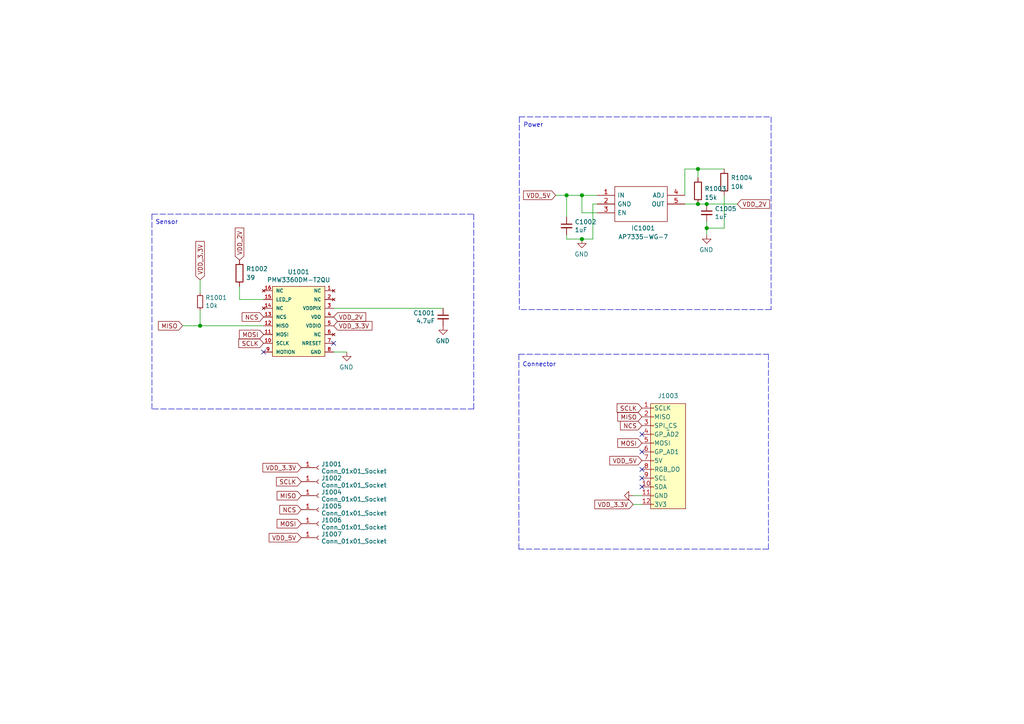
<source format=kicad_sch>
(kicad_sch (version 20230121) (generator eeschema)
  (paper "A4")
  (title_block (company "bastard keyboards") (comment 4 "Copyright Quentin Lebastard"))
  (lib_symbols
    (symbol "AP7331-WG-7:AP7331-WG-7" (pin_names (offset 0.762))
      (property "Reference" "IC" (at 21.59 7.62 0))
      (property "Value" "AP7331-WG-7" (at 21.59 5.08 0))
      (symbol "AP7331-WG-7_0_0"
        (pin passive line (at 0 0 0) (length 5.08) (name "IN") (number "1"))
        (pin passive line (at 0 -2.54 0) (length 5.08) (name "GND") (number "2"))
        (pin passive line (at 0 -5.08 0) (length 5.08) (name "EN") (number "3"))
        (pin passive line (at 25.4 0 180) (length 5.08) (name "ADJ") (number "4"))
        (pin passive line (at 25.4 -2.54 180) (length 5.08) (name "OUT") (number "5"))
      )
      (symbol "AP7331-WG-7_0_1"
        (polyline (pts (xy 5.08 2.54) (xy 20.32 2.54) (xy 20.32 -7.62) (xy 5.08 -7.62) (xy 5.08 2.54)) (stroke (width 0.1524)))
      )
    )
    (symbol "Connector:Conn_01x01_Socket" (pin_names (offset 1.016) hide)
      (property "Reference" "J" (at 0 2.54 0))
      (property "Value" "Conn_01x01_Socket" (at 0 -2.54 0))
      (symbol "Conn_01x01_Socket_1_1"
        (polyline (pts (xy -1.27 0) (xy -0.508 0)) (stroke (width 0.1524)))
        (arc (start 0 0.508) (mid -0.5058 0) (end 0 -0.508) (stroke (width 0.1524)))
        (pin passive line (at -5.08 0 0) (length 3.81) (name "Pin_1") (number "1"))
      )
    )
    (symbol "Device:C_Small" (pin_numbers hide) (pin_names (offset 0.254) hide)
      (property "Reference" "C" (at 0.254 1.778 0))
      (property "Value" "C_Small" (at 0.254 -2.032 0))
      (symbol "C_Small_0_1"
        (polyline (pts (xy -1.524 -0.508) (xy 1.524 -0.508)) (stroke (width 0.3302)))
        (polyline (pts (xy -1.524 0.508) (xy 1.524 0.508)) (stroke (width 0.3048)))
      )
      (symbol "C_Small_1_1"
        (pin passive line (at 0 2.54 270) (length 2.032) (name "~") (number "1"))
        (pin passive line (at 0 -2.54 90) (length 2.032) (name "~") (number "2"))
      )
    )
    (symbol "Device:R" (pin_numbers hide) (pin_names (offset 0))
      (property "Reference" "R" (at 2.032 0 90))
      (property "Value" "R" (at 0 0 90))
      (symbol "R_0_1"
        (rectangle (start -1.016 -2.54) (end 1.016 2.54) (stroke (width 0.254)))
      )
      (symbol "R_1_1"
        (pin passive line (at 0 3.81 270) (length 1.27) (name "~") (number "1"))
        (pin passive line (at 0 -3.81 90) (length 1.27) (name "~") (number "2"))
      )
    )
    (symbol "Device:R_Small" (pin_numbers hide) (pin_names (offset 0.254) hide)
      (property "Reference" "R" (at 0.762 0.508 0))
      (property "Value" "R_Small" (at 0.762 -1.016 0))
      (symbol "R_Small_0_1"
        (rectangle (start -0.762 1.778) (end 0.762 -1.778) (stroke (width 0.2032)))
      )
      (symbol "R_Small_1_1"
        (pin passive line (at 0 2.54 270) (length 0.762) (name "~") (number "1"))
        (pin passive line (at 0 -2.54 90) (length 0.762) (name "~") (number "2"))
      )
    )
    (symbol "power:GND" (power) (pin_names (offset 0))
      (property "Value" "GND" (at 0 -3.81 0))
      (symbol "GND_0_1"
        (polyline (pts (xy 0 0) (xy 0 -1.27) (xy 1.27 -1.27) (xy 0 -2.54) (xy -1.27 -1.27) (xy 0 -1.27)))
      )
      (symbol "GND_1_1"
        (pin power_in line (at 0 0 270) (length 0) hide (name "GND") (number "1"))
      )
    )
    (symbol "sensor-rescue:PWM3360-pwm3360" (pin_names (offset 1.016))
      (property "Reference" "U4" (at 0 14.351 0))
      (property "Value" "PMW3360DM-T2QU" (at 0 12.0396 0))
      (symbol "PWM3360-pwm3360_0_1"
        (rectangle (start -7.62 10.16) (end 7.62 -10.16) (fill (type background)))
      )
      (symbol "PWM3360-pwm3360_1_1"
        (pin no_connect line (at -10.16 8.89 0) (length 2.54) (name "NC") (number "1"))
        (pin input line (at 10.16 -6.35 180) (length 2.54) (name "SCLK") (number "10"))
        (pin input line (at 10.16 -3.81 180) (length 2.54) (name "MOSI") (number "11"))
        (pin output line (at 10.16 -1.27 180) (length 2.54) (name "MISO") (number "12"))
        (pin input line (at 10.16 1.27 180) (length 2.54) (name "NCS") (number "13"))
        (pin no_connect line (at 10.16 3.81 180) (length 2.54) (name "NC") (number "14"))
        (pin input line (at 10.16 6.35 180) (length 2.54) (name "LED_P") (number "15"))
        (pin no_connect line (at 10.16 8.89 180) (length 2.54) (name "NC") (number "16"))
        (pin no_connect line (at -10.16 6.35 0) (length 2.54) (name "NC") (number "2"))
        (pin power_out line (at -10.16 3.81 0) (length 2.54) (name "VDDPIX") (number "3"))
        (pin power_in line (at -10.16 1.27 0) (length 2.54) (name "VDD") (number "4"))
        (pin power_in line (at -10.16 -1.27 0) (length 2.54) (name "VDDIO") (number "5"))
        (pin no_connect line (at -10.16 -3.81 0) (length 2.54) (name "NC") (number "6"))
        (pin input line (at -10.16 -6.35 0) (length 2.54) (name "NRESET") (number "7"))
        (pin power_in line (at -10.16 -8.89 0) (length 2.54) (name "GND") (number "8"))
        (pin output line (at 10.16 -8.89 180) (length 2.54) (name "MOTION") (number "9"))
      )
    )
    (symbol "vik:vik-module-connector" (pin_names (offset 1))
      (property "Reference" "J" (at 0 15.875 0))
      (symbol "vik-module-connector_1_1"
        (rectangle (start -5.08 13.97) (end 5.08 -16.51) (fill (type background)))
        (rectangle (start -5.0546 -15.113) (end -4.191 -15.367) (stroke (width 0.1)))
        (rectangle (start -5.0546 -12.573) (end -4.191 -12.827) (stroke (width 0.1)))
        (rectangle (start -5.0546 -10.033) (end -4.191 -10.287) (stroke (width 0.1)))
        (rectangle (start -5.0546 -7.493) (end -4.191 -7.747) (stroke (width 0.1)))
        (rectangle (start -5.0546 -4.953) (end -4.191 -5.207) (stroke (width 0.1)))
        (rectangle (start -5.0546 -2.413) (end -4.191 -2.667) (stroke (width 0.1)))
        (rectangle (start -5.0546 0.127) (end -4.191 -0.127) (stroke (width 0.1)))
        (rectangle (start -5.0546 2.667) (end -4.191 2.413) (stroke (width 0.1)))
        (rectangle (start -5.0546 5.207) (end -4.191 4.953) (stroke (width 0.1)))
        (rectangle (start -5.0546 7.747) (end -4.191 7.493) (stroke (width 0.1)))
        (rectangle (start -5.0546 10.287) (end -4.191 10.033) (stroke (width 0.1)))
        (rectangle (start -5.0546 12.827) (end -4.191 12.573) (stroke (width 0.1)))
        (pin output line (at -7.62 12.7 0) (length 2.54) (name "SCLK") (number "1"))
        (pin bidirectional line (at -7.62 -10.16 0) (length 2.54) (name "SDA") (number "10"))
        (pin power_out line (at -7.62 -12.7 0) (length 2.54) (name "GND") (number "11"))
        (pin power_out line (at -7.62 -15.24 0) (length 2.54) (name "3V3") (number "12"))
        (pin tri_state line (at -7.62 10.16 0) (length 2.54) (name "MISO") (number "2"))
        (pin output line (at -7.62 7.62 0) (length 2.54) (name "SPI_CS") (number "3"))
        (pin bidirectional line (at -7.62 5.08 0) (length 2.54) (name "GP_AD2") (number "4"))
        (pin output line (at -7.62 2.54 0) (length 2.54) (name "MOSI") (number "5"))
        (pin bidirectional line (at -7.62 0 0) (length 2.54) (name "GP_AD1") (number "6"))
        (pin power_out line (at -7.62 -2.54 0) (length 2.54) (name "5V") (number "7"))
        (pin output line (at -7.62 -5.08 0) (length 2.54) (name "RGB_DO") (number "8"))
        (pin bidirectional line (at -7.62 -7.62 0) (length 2.54) (name "SCL") (number "9"))
      )
    )
  )
  (junction (at 168.783 69.342) (diameter 1.016))
  (junction (at 202.438 59.182) (diameter 1.016))
  (junction (at 58.039 94.488) (diameter 1.016))
  (junction (at 164.338 56.642) (diameter 1.016))
  (junction (at 204.978 59.182) (diameter 1.016))
  (junction (at 204.978 66.167) (diameter 1.016))
  (junction (at 202.438 49.022) (diameter 1.016))
  (junction (at 168.783 56.642) (diameter 1.016))
  (no_connect (at 96.774 99.568))
  (no_connect (at 186.182 138.684))
  (no_connect (at 186.182 141.224))
  (no_connect (at 186.182 131.064))
  (no_connect (at 186.182 136.144))
  (no_connect (at 186.182 125.984))
  (no_connect (at 76.454 102.108))
  (polyline (pts (xy 150.495 102.743) (xy 150.495 159.258)) (stroke (width 0) (type dash)))
  (wire (pts (xy 164.338 56.642) (xy 164.338 62.992)))
  (polyline (pts (xy 222.885 159.258) (xy 150.495 159.258)) (stroke (width 0) (type dash)))
  (wire (pts (xy 183.642 143.764) (xy 186.182 143.764)))
  (polyline (pts (xy 222.885 102.743) (xy 222.885 159.258)) (stroke (width 0) (type dash)))
  (wire (pts (xy 52.959 94.488) (xy 58.039 94.488)))
  (wire (pts (xy 96.774 89.408) (xy 128.524 89.408)))
  (wire (pts (xy 198.628 49.022) (xy 198.628 56.642)))
  (wire (pts (xy 164.338 69.342) (xy 164.338 68.072)))
  (wire (pts (xy 168.783 69.342) (xy 164.338 69.342)))
  (wire (pts (xy 171.958 59.182) (xy 171.958 69.342)))
  (wire (pts (xy 171.958 69.342) (xy 168.783 69.342)))
  (wire (pts (xy 173.228 59.182) (xy 171.958 59.182)))
  (wire (pts (xy 204.978 59.182) (xy 213.868 59.182)))
  (wire (pts (xy 58.039 90.043) (xy 58.039 94.488)))
  (wire (pts (xy 58.039 94.488) (xy 76.454 94.488)))
  (wire (pts (xy 202.438 49.022) (xy 202.438 51.562)))
  (polyline (pts (xy 150.495 102.743) (xy 222.885 102.743)) (stroke (width 0) (type dash)))
  (polyline (pts (xy 137.414 62.103) (xy 137.414 118.618)) (stroke (width 0) (type dash)))
  (polyline (pts (xy 44.069 62.103) (xy 137.414 62.103)) (stroke (width 0) (type dash)))
  (wire (pts (xy 210.058 56.642) (xy 210.058 66.167)))
  (wire (pts (xy 210.058 66.167) (xy 204.978 66.167)))
  (polyline (pts (xy 150.622 33.909) (xy 150.622 89.789)) (stroke (width 0) (type dash)))
  (polyline (pts (xy 150.622 33.909) (xy 223.647 33.909)) (stroke (width 0) (type dash)))
  (polyline (pts (xy 223.647 33.909) (xy 223.647 89.789)) (stroke (width 0) (type dash)))
  (polyline (pts (xy 223.647 89.789) (xy 150.622 89.789)) (stroke (width 0) (type dash)))
  (wire (pts (xy 58.039 81.153) (xy 58.039 84.963)))
  (wire (pts (xy 183.642 146.304) (xy 186.182 146.304)))
  (wire (pts (xy 168.783 61.722) (xy 168.783 56.642)))
  (wire (pts (xy 173.228 61.722) (xy 168.783 61.722)))
  (wire (pts (xy 96.774 102.108) (xy 100.584 102.108)))
  (wire (pts (xy 198.628 49.022) (xy 202.438 49.022)))
  (wire (pts (xy 198.628 59.182) (xy 202.438 59.182)))
  (wire (pts (xy 202.438 59.182) (xy 204.978 59.182)))
  (polyline (pts (xy 137.414 118.618) (xy 44.069 118.618)) (stroke (width 0) (type dash)))
  (wire (pts (xy 202.438 49.022) (xy 210.058 49.022)))
  (wire (pts (xy 69.469 86.868) (xy 69.469 83.058)))
  (wire (pts (xy 76.454 86.868) (xy 69.469 86.868)))
  (polyline (pts (xy 44.069 62.103) (xy 44.069 118.618)) (stroke (width 0) (type dash)))
  (wire (pts (xy 161.163 56.642) (xy 164.338 56.642)))
  (wire (pts (xy 164.338 56.642) (xy 168.783 56.642)))
  (wire (pts (xy 168.783 56.642) (xy 173.228 56.642)))
  (wire (pts (xy 204.978 64.262) (xy 204.978 66.167)))
  (wire (pts (xy 204.978 66.167) (xy 204.978 68.072)))
  (text "Power" (at 157.607 37.084 0) (effects (font (size 1.27 1.27)) (justify right bottom)))
  (text "Sensor" (at 51.689 65.278 0) (effects (font (size 1.27 1.27)) (justify right bottom)))
  (text "Connector" (at 161.29 106.553 0) (effects (font (size 1.27 1.27)) (justify right bottom)))
  (global_label "VDD_3.3V" (shape input) (at 58.039 81.153 90) (property "Intersheetrefs" "${INTERSHEET_REFS}" (effects hide)))
  (global_label "SCLK" (shape input) (at 76.454 99.568 180) (property "Intersheetrefs" "${INTERSHEET_REFS}" (effects hide)))
  (global_label "NCS" (shape input) (at 76.454 91.948 180) (property "Intersheetrefs" "${INTERSHEET_REFS}" (effects hide)))
  (global_label "VDD_5V" (shape input) (at 87.376 155.956 180) (property "Intersheetrefs" "${INTERSHEET_REFS}" (effects hide)))
  (global_label "VDD_3.3V" (shape input) (at 87.376 135.636 180) (property "Intersheetrefs" "${INTERSHEET_REFS}" (effects hide)))
  (global_label "NCS" (shape input) (at 186.182 123.444 180) (property "Intersheetrefs" "${INTERSHEET_REFS}" (effects hide)))
  (global_label "VDD_2V" (shape input) (at 213.868 59.182 0) (property "Intersheetrefs" "${INTERSHEET_REFS}" (effects hide)))
  (global_label "VDD_3.3V" (shape input) (at 96.774 94.488 0) (property "Intersheetrefs" "${INTERSHEET_REFS}" (effects hide)))
  (global_label "NCS" (shape input) (at 87.376 147.828 180) (property "Intersheetrefs" "${INTERSHEET_REFS}" (effects hide)))
  (global_label "MOSI" (shape input) (at 87.376 151.892 180) (property "Intersheetrefs" "${INTERSHEET_REFS}" (effects hide)))
  (global_label "VDD_2V" (shape input) (at 96.774 91.948 0) (property "Intersheetrefs" "${INTERSHEET_REFS}" (effects hide)))
  (global_label "VDD_2V" (shape input) (at 69.469 75.438 90) (property "Intersheetrefs" "${INTERSHEET_REFS}" (effects hide)))
  (global_label "SCLK" (shape input) (at 87.376 139.7 180) (property "Intersheetrefs" "${INTERSHEET_REFS}" (effects hide)))
  (global_label "SCLK" (shape input) (at 186.182 118.364 180) (property "Intersheetrefs" "${INTERSHEET_REFS}" (effects hide)))
  (global_label "MISO" (shape input) (at 52.959 94.488 180) (property "Intersheetrefs" "${INTERSHEET_REFS}" (effects hide)))
  (global_label "MOSI" (shape input) (at 76.454 97.028 180) (property "Intersheetrefs" "${INTERSHEET_REFS}" (effects hide)))
  (global_label "VDD_5V" (shape input) (at 161.163 56.642 180) (property "Intersheetrefs" "${INTERSHEET_REFS}" (effects hide)))
  (global_label "VDD_5V" (shape input) (at 186.182 133.604 180) (property "Intersheetrefs" "${INTERSHEET_REFS}" (effects hide)))
  (global_label "MISO" (shape input) (at 186.182 120.904 180) (property "Intersheetrefs" "${INTERSHEET_REFS}" (effects hide)))
  (global_label "VDD_3.3V" (shape input) (at 183.642 146.304 180) (property "Intersheetrefs" "${INTERSHEET_REFS}" (effects hide)))
  (global_label "MOSI" (shape input) (at 186.182 128.524 180) (property "Intersheetrefs" "${INTERSHEET_REFS}" (effects hide)))
  (global_label "MISO" (shape input) (at 87.376 143.764 180) (property "Intersheetrefs" "${INTERSHEET_REFS}" (effects hide)))
  (symbol (lib_id "sensor-rescue:PWM3360-pwm3360") (at 86.614 93.218 0) (mirror y) (unit 1)
    (property "Reference" "U1001" (at 86.614 78.867 0))
    (property "Value" "PMW3360DM-T2QU" (at 86.614 81.1784 0))
    (property "Footprint" "local:DIP-16_W10.16mm" (effects hide))
  )
  (symbol (lib_id "Device:C_Small") (at 128.524 91.948 0) (mirror y) (unit 1)
    (property "Reference" "C1001" (at 126.1872 90.7796 0) (effects (justify left)))
    (property "Value" "4.7uF" (at 126.1872 93.091 0) (effects (justify left)))
    (property "Footprint" "local:C_0603_1608Metric" (effects hide))
    (property "LCSC" "C19666" (effects hide))
  )
  (symbol (lib_id "power:GND") (at 128.524 94.488 0) (mirror y) (unit 1)
    (property "Reference" "#PWR01003" (effects hide))
    (property "Value" "GND" (at 128.397 98.8822 0))
  )
  (symbol (lib_id "power:GND") (at 100.584 102.108 0) (mirror y) (unit 1)
    (property "Reference" "#PWR01001" (effects hide))
    (property "Value" "GND" (at 100.457 106.5022 0))
  )
  (symbol (lib_id "Connector:Conn_01x01_Socket") (at 92.456 143.764 0) (unit 1)
    (property "Reference" "J1004" (at 93.1672 142.74 0) (effects (justify left)))
    (property "Value" "Conn_01x01_Socket" (at 93.1672 144.788 0) (effects (justify left)))
    (property "Footprint" "Connector_Wire:SolderWire-0.5sqmm_1x01_D0.9mm_OD2.3mm" (effects hide))
  )
  (symbol (lib_id "Connector:Conn_01x01_Socket") (at 92.456 139.7 0) (unit 1)
    (property "Reference" "J1002" (at 93.1672 138.676 0) (effects (justify left)))
    (property "Value" "Conn_01x01_Socket" (at 93.1672 140.724 0) (effects (justify left)))
    (property "Footprint" "Connector_Wire:SolderWire-0.5sqmm_1x01_D0.9mm_OD2.3mm" (effects hide))
  )
  (symbol (lib_id "Device:C_Small") (at 204.978 61.722 0) (unit 1)
    (property "Reference" "C1005" (at 207.3148 60.5536 0) (effects (justify left)))
    (property "Value" "1uF" (at 207.315 62.865 0) (effects (justify left)))
    (property "Footprint" "local:C_0603_1608Metric" (effects hide))
    (property "LCSC" "C15849" (effects hide))
  )
  (symbol (lib_id "power:GND") (at 204.978 68.072 0) (mirror y) (unit 1)
    (property "Reference" "#PWR01007" (effects hide))
    (property "Value" "GND" (at 204.851 72.4662 0))
  )
  (symbol (lib_id "Connector:Conn_01x01_Socket") (at 92.456 135.636 0) (unit 1)
    (property "Reference" "J1001" (at 93.1672 134.612 0) (effects (justify left)))
    (property "Value" "Conn_01x01_Socket" (at 93.1672 136.66 0) (effects (justify left)))
    (property "Footprint" "Connector_Wire:SolderWire-0.5sqmm_1x01_D0.9mm_OD2.3mm" (effects hide))
  )
  (symbol (lib_id "Device:C_Small") (at 164.338 65.532 0) (unit 1)
    (property "Reference" "C1002" (at 166.6748 64.3636 0) (effects (justify left)))
    (property "Value" "1uF" (at 166.6748 66.675 0) (effects (justify left)))
    (property "Footprint" "local:C_0603_1608Metric" (effects hide))
    (property "LCSC" "C15849" (effects hide))
  )
  (symbol (lib_id "Device:R") (at 210.058 52.832 0) (unit 1)
    (property "Reference" "R1004" (at 211.963 51.562 0) (effects (justify left)))
    (property "Value" "10k" (at 211.963 54.102 0) (effects (justify left)))
    (property "Footprint" "local:R_0603_1608Metric" (effects hide))
    (property "LCSC" "C25804" (effects hide))
  )
  (symbol (lib_id "vik:vik-module-connector") (at 193.802 131.064 0) (unit 1)
    (property "Reference" "J1003" (at 190.754 114.808 0) (effects (justify left)))
    (property "Value" "~" (at 193.802 124.714 0))
    (property "Footprint" "vik:vik-module-connector-horizontal" (effects hide))
    (property "LCSC" "C2919557" (effects hide))
  )
  (symbol (lib_id "Device:R") (at 202.438 55.372 0) (unit 1)
    (property "Reference" "R1003" (at 204.343 54.737 0) (effects (justify left)))
    (property "Value" "15k" (at 204.343 57.277 0) (effects (justify left)))
    (property "Footprint" "local:R_0603_1608Metric" (effects hide))
    (property "LCSC" "C22809" (effects hide))
  )
  (symbol (lib_id "power:GND") (at 183.642 143.764 270) (unit 1)
    (property "Reference" "#PWR0101" (effects hide))
    (property "Value" "GND" (effects hide))
  )
  (symbol (lib_id "Connector:Conn_01x01_Socket") (at 92.456 151.892 0) (unit 1)
    (property "Reference" "J1006" (at 93.1672 150.868 0) (effects (justify left)))
    (property "Value" "Conn_01x01_Socket" (at 93.1672 152.916 0) (effects (justify left)))
    (property "Footprint" "Connector_Wire:SolderWire-0.5sqmm_1x01_D0.9mm_OD2.3mm" (effects hide))
  )
  (symbol (lib_id "Device:R") (at 69.469 79.248 0) (unit 1)
    (property "Reference" "R1002" (at 71.374 77.978 0) (effects (justify left)))
    (property "Value" "39" (at 71.374 80.518 0) (effects (justify left)))
    (property "Footprint" "local:R_0603_1608Metric" (effects hide))
    (property "LCSC" "C23154" (effects hide))
  )
  (symbol (lib_id "power:GND") (at 168.783 69.342 0) (mirror y) (unit 1)
    (property "Reference" "#PWR01005" (effects hide))
    (property "Value" "GND" (at 168.656 73.7362 0))
  )
  (symbol (lib_id "AP7331-WG-7:AP7331-WG-7") (at 173.228 56.642 0) (unit 1)
    (property "Reference" "IC1001" (at 186.563 66.167 0))
    (property "Value" "AP7335-WG-7" (at 186.563 68.707 0))
    (property "Footprint" "Package_TO_SOT_SMD:SOT-23-5_HandSoldering" (effects hide))
    (property "Datasheet" "http://uk.rs-online.com/web/p/products/7513083" (effects hide))
    (property "Description" "LDO Voltage Regulators LDO SOT-25 ADJUSTABLE 300MA" (effects hide))
    (property "Height" "1.45" (effects hide))
    (property "Manufacturer_Name" "Diodes Inc." (effects hide))
    (property "Manufacturer_Part_Number" "AP7331-WG-7" (effects hide))
    (property "Mouser Part Number" "621-AP7331-WG-7" (effects hide))
    (property "Mouser Price/Stock" "https://www.mouser.co.uk/ProductDetail/Diodes-Incorporated/AP7331-WG-7?qs=vIZ3oKQCLxr9PiNSCoXN%2FQ%3D%3D" (effects hide))
    (property "Arrow Part Number" "AP7331-WG-7" (effects hide))
    (property "Arrow Price/Stock" "https://www.arrow.com/en/products/ap7331-wg-7/diodes-incorporated?region=nac" (effects hide))
    (property "LCSC" "C460382" (effects hide))
  )
  (symbol (lib_id "Connector:Conn_01x01_Socket") (at 92.456 155.956 0) (unit 1)
    (property "Reference" "J1007" (at 93.1672 154.932 0) (effects (justify left)))
    (property "Value" "Conn_01x01_Socket" (at 93.1672 156.98 0) (effects (justify left)))
    (property "Footprint" "Connector_Wire:SolderWire-0.5sqmm_1x01_D0.9mm_OD2.3mm" (effects hide))
  )
  (symbol (lib_id "Connector:Conn_01x01_Socket") (at 92.456 147.828 0) (unit 1)
    (property "Reference" "J1005" (at 93.1672 146.804 0) (effects (justify left)))
    (property "Value" "Conn_01x01_Socket" (at 93.1672 148.852 0) (effects (justify left)))
    (property "Footprint" "Connector_Wire:SolderWire-0.5sqmm_1x01_D0.9mm_OD2.3mm" (effects hide))
  )
  (symbol (lib_id "Device:R_Small") (at 58.039 87.503 0) (unit 1)
    (property "Reference" "R1001" (at 59.5376 86.3346 0) (effects (justify left)))
    (property "Value" "10k" (at 59.5376 88.646 0) (effects (justify left)))
    (property "Footprint" "local:R_0603_1608Metric" (effects hide))
    (property "LCSC" "C25804" (effects hide))
  )
)
</source>
